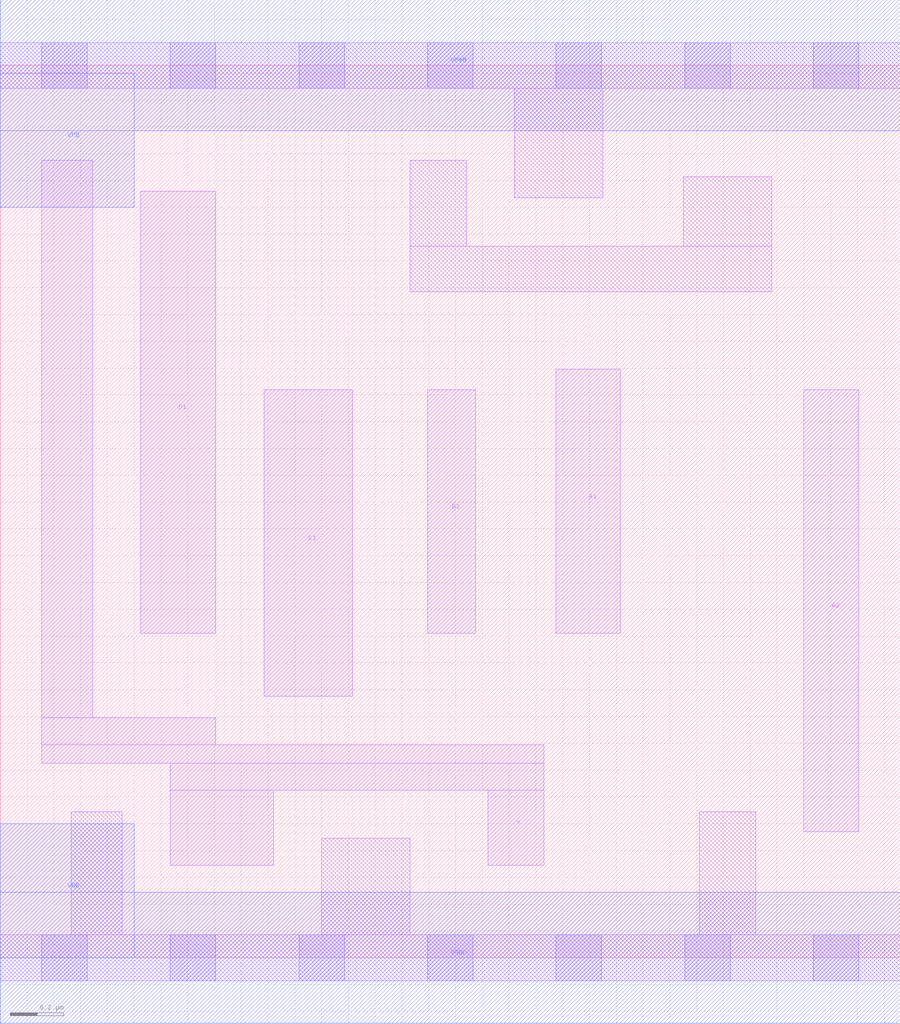
<source format=lef>
# Copyright 2020 The SkyWater PDK Authors
#
# Licensed under the Apache License, Version 2.0 (the "License");
# you may not use this file except in compliance with the License.
# You may obtain a copy of the License at
#
#     https://www.apache.org/licenses/LICENSE-2.0
#
# Unless required by applicable law or agreed to in writing, software
# distributed under the License is distributed on an "AS IS" BASIS,
# WITHOUT WARRANTIES OR CONDITIONS OF ANY KIND, either express or implied.
# See the License for the specific language governing permissions and
# limitations under the License.
#
# SPDX-License-Identifier: Apache-2.0

VERSION 5.5 ;
NAMESCASESENSITIVE ON ;
BUSBITCHARS "[]" ;
DIVIDERCHAR "/" ;
MACRO sky130_fd_sc_lp__a2111oi_m
  CLASS CORE ;
  SOURCE USER ;
  ORIGIN  0.000000  0.000000 ;
  SIZE  3.360000 BY  3.330000 ;
  SYMMETRY X Y R90 ;
  SITE unit ;
  PIN A1
    ANTENNAGATEAREA  0.126000 ;
    DIRECTION INPUT ;
    USE SIGNAL ;
    PORT
      LAYER li1 ;
        RECT 2.075000 1.210000 2.315000 2.195000 ;
    END
  END A1
  PIN A2
    ANTENNAGATEAREA  0.126000 ;
    DIRECTION INPUT ;
    USE SIGNAL ;
    PORT
      LAYER li1 ;
        RECT 3.000000 0.470000 3.205000 2.120000 ;
    END
  END A2
  PIN B1
    ANTENNAGATEAREA  0.126000 ;
    DIRECTION INPUT ;
    USE SIGNAL ;
    PORT
      LAYER li1 ;
        RECT 1.595000 1.210000 1.775000 2.120000 ;
    END
  END B1
  PIN C1
    ANTENNAGATEAREA  0.126000 ;
    DIRECTION INPUT ;
    USE SIGNAL ;
    PORT
      LAYER li1 ;
        RECT 0.985000 0.975000 1.315000 2.120000 ;
    END
  END C1
  PIN D1
    ANTENNAGATEAREA  0.126000 ;
    DIRECTION INPUT ;
    USE SIGNAL ;
    PORT
      LAYER li1 ;
        RECT 0.525000 1.210000 0.805000 2.860000 ;
    END
  END D1
  PIN Y
    ANTENNADIFFAREA  0.441000 ;
    DIRECTION OUTPUT ;
    USE SIGNAL ;
    PORT
      LAYER li1 ;
        RECT 0.155000 0.725000 2.030000 0.795000 ;
        RECT 0.155000 0.795000 0.805000 0.895000 ;
        RECT 0.155000 0.895000 0.345000 2.975000 ;
        RECT 0.635000 0.345000 1.020000 0.625000 ;
        RECT 0.635000 0.625000 2.030000 0.725000 ;
        RECT 1.820000 0.345000 2.030000 0.625000 ;
    END
  END Y
  PIN VGND
    DIRECTION INOUT ;
    USE GROUND ;
    PORT
      LAYER met1 ;
        RECT 0.000000 -0.245000 3.360000 0.245000 ;
    END
  END VGND
  PIN VNB
    DIRECTION INOUT ;
    USE GROUND ;
    PORT
    END
  END VNB
  PIN VPB
    DIRECTION INOUT ;
    USE POWER ;
    PORT
    END
  END VPB
  PIN VNB
    DIRECTION INOUT ;
    USE GROUND ;
    PORT
      LAYER met1 ;
        RECT 0.000000 0.000000 0.500000 0.500000 ;
    END
  END VNB
  PIN VPB
    DIRECTION INOUT ;
    USE POWER ;
    PORT
      LAYER met1 ;
        RECT 0.000000 2.800000 0.500000 3.300000 ;
    END
  END VPB
  PIN VPWR
    DIRECTION INOUT ;
    USE POWER ;
    PORT
      LAYER met1 ;
        RECT 0.000000 3.085000 3.360000 3.575000 ;
    END
  END VPWR
  OBS
    LAYER li1 ;
      RECT 0.000000 -0.085000 3.360000 0.085000 ;
      RECT 0.000000  3.245000 3.360000 3.415000 ;
      RECT 0.265000  0.085000 0.455000 0.545000 ;
      RECT 1.200000  0.085000 1.530000 0.445000 ;
      RECT 1.530000  2.485000 2.880000 2.655000 ;
      RECT 1.530000  2.655000 1.740000 2.975000 ;
      RECT 1.920000  2.835000 2.250000 3.245000 ;
      RECT 2.550000  2.655000 2.880000 2.915000 ;
      RECT 2.610000  0.085000 2.820000 0.545000 ;
    LAYER mcon ;
      RECT 0.155000 -0.085000 0.325000 0.085000 ;
      RECT 0.155000  3.245000 0.325000 3.415000 ;
      RECT 0.635000 -0.085000 0.805000 0.085000 ;
      RECT 0.635000  3.245000 0.805000 3.415000 ;
      RECT 1.115000 -0.085000 1.285000 0.085000 ;
      RECT 1.115000  3.245000 1.285000 3.415000 ;
      RECT 1.595000 -0.085000 1.765000 0.085000 ;
      RECT 1.595000  3.245000 1.765000 3.415000 ;
      RECT 2.075000 -0.085000 2.245000 0.085000 ;
      RECT 2.075000  3.245000 2.245000 3.415000 ;
      RECT 2.555000 -0.085000 2.725000 0.085000 ;
      RECT 2.555000  3.245000 2.725000 3.415000 ;
      RECT 3.035000 -0.085000 3.205000 0.085000 ;
      RECT 3.035000  3.245000 3.205000 3.415000 ;
  END
END sky130_fd_sc_lp__a2111oi_m
END LIBRARY

</source>
